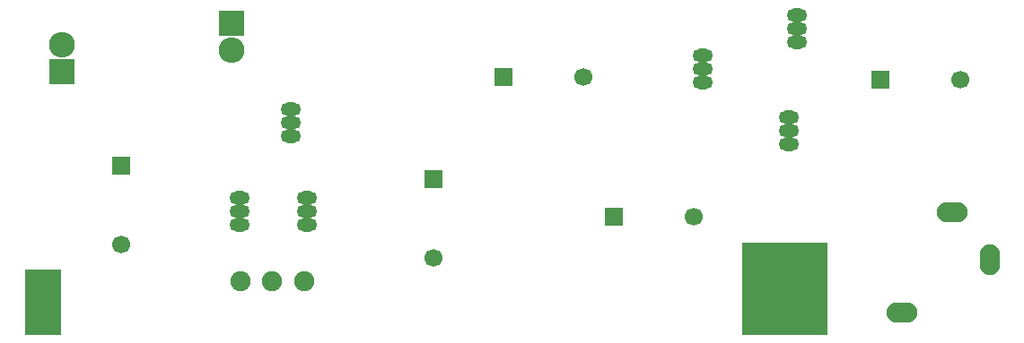
<source format=gbr>
G04 #@! TF.FileFunction,Soldermask,Bot*
%FSLAX46Y46*%
G04 Gerber Fmt 4.6, Leading zero omitted, Abs format (unit mm)*
G04 Created by KiCad (PCBNEW 4.0.1-stable) date 1/9/2016 1:44:47 PM*
%MOMM*%
G01*
G04 APERTURE LIST*
%ADD10C,0.100000*%
%ADD11R,2.432000X2.432000*%
%ADD12O,2.432000X2.432000*%
%ADD13R,1.700000X1.700000*%
%ADD14C,1.700000*%
%ADD15O,1.901140X1.299160*%
%ADD16C,1.900000*%
%ADD17O,1.900000X2.900000*%
%ADD18O,2.900000X1.900000*%
G04 APERTURE END LIST*
D10*
D11*
X43180000Y-91948000D03*
D12*
X43180000Y-94488000D03*
D11*
X27178000Y-96520000D03*
D12*
X27178000Y-93980000D03*
D13*
X32766000Y-105410000D03*
D14*
X32766000Y-112910000D03*
D13*
X62230000Y-106680000D03*
D14*
X62230000Y-114180000D03*
D13*
X68834000Y-97028000D03*
D14*
X76334000Y-97028000D03*
D13*
X79248000Y-110236000D03*
D14*
X86748000Y-110236000D03*
D13*
X104394000Y-97282000D03*
D14*
X111894000Y-97282000D03*
D15*
X43942000Y-109728000D03*
X43942000Y-108458000D03*
X43942000Y-110998000D03*
X48768000Y-101346000D03*
X48768000Y-100076000D03*
X48768000Y-102616000D03*
X50292000Y-109728000D03*
X50292000Y-108458000D03*
X50292000Y-110998000D03*
X87630000Y-96266000D03*
X87630000Y-94996000D03*
X87630000Y-97536000D03*
X96520000Y-92456000D03*
X96520000Y-91186000D03*
X96520000Y-93726000D03*
X95758000Y-102108000D03*
X95758000Y-103378000D03*
X95758000Y-100838000D03*
D16*
X49990000Y-116332000D03*
X46990000Y-116332000D03*
X43990000Y-116332000D03*
D17*
X114724000Y-114300000D03*
D18*
X111174000Y-109800000D03*
X106374000Y-119300000D03*
D10*
G36*
X99264000Y-121362000D02*
X91363000Y-121362000D01*
X91363000Y-112699000D01*
X99264000Y-112699000D01*
X99264000Y-121362000D01*
X99264000Y-121362000D01*
G37*
X99264000Y-121362000D02*
X91363000Y-121362000D01*
X91363000Y-112699000D01*
X99264000Y-112699000D01*
X99264000Y-121362000D01*
G36*
X27001000Y-121362000D02*
X23672000Y-121362000D01*
X23672000Y-115239000D01*
X27001000Y-115239000D01*
X27001000Y-121362000D01*
X27001000Y-121362000D01*
G37*
X27001000Y-121362000D02*
X23672000Y-121362000D01*
X23672000Y-115239000D01*
X27001000Y-115239000D01*
X27001000Y-121362000D01*
M02*

</source>
